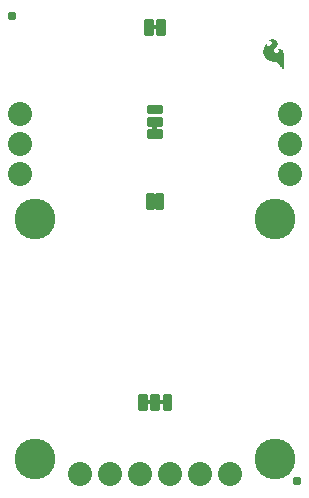
<source format=gbs>
G04 EAGLE Gerber RS-274X export*
G75*
%MOMM*%
%FSLAX34Y34*%
%LPD*%
%INSoldermask Bottom*%
%IPPOS*%
%AMOC8*
5,1,8,0,0,1.08239X$1,22.5*%
G01*
%ADD10C,3.454400*%
%ADD11C,0.787400*%
%ADD12C,0.251966*%
%ADD13C,2.032000*%

G36*
X236247Y355417D02*
X236247Y355417D01*
X236242Y355424D01*
X236249Y355430D01*
X236249Y368230D01*
X236247Y368233D01*
X236249Y368235D01*
X236049Y370035D01*
X236044Y370041D01*
X236047Y370046D01*
X235847Y370646D01*
X235842Y370649D01*
X235844Y370652D01*
X235544Y371252D01*
X235541Y371253D01*
X235542Y371255D01*
X235242Y371755D01*
X235227Y371762D01*
X235225Y371772D01*
X234728Y372071D01*
X234330Y372369D01*
X234320Y372369D01*
X234318Y372376D01*
X233318Y372776D01*
X233311Y372774D01*
X233308Y372779D01*
X232708Y372879D01*
X232703Y372876D01*
X232700Y372879D01*
X231900Y372879D01*
X231893Y372874D01*
X231888Y372878D01*
X231494Y372779D01*
X231300Y372779D01*
X231287Y372770D01*
X231278Y372774D01*
X231078Y372674D01*
X231077Y372673D01*
X231076Y372673D01*
X231075Y372669D01*
X231052Y372621D01*
X231068Y372613D01*
X231065Y372595D01*
X231165Y372495D01*
X231177Y372494D01*
X231178Y372486D01*
X231578Y372286D01*
X231583Y372287D01*
X231584Y372283D01*
X231873Y372187D01*
X232262Y371799D01*
X232455Y371508D01*
X232551Y371222D01*
X232551Y370938D01*
X232454Y370649D01*
X232259Y370259D01*
X231969Y369968D01*
X231677Y369774D01*
X231186Y369577D01*
X230695Y369479D01*
X229906Y369479D01*
X229120Y369676D01*
X228534Y370067D01*
X228144Y370554D01*
X227949Y371138D01*
X227949Y371820D01*
X228242Y372503D01*
X228937Y373297D01*
X229737Y374197D01*
X229737Y374198D01*
X230437Y374998D01*
X230438Y375005D01*
X230443Y375006D01*
X230943Y375906D01*
X230942Y375916D01*
X230948Y375919D01*
X231148Y376819D01*
X231145Y376827D01*
X231149Y376830D01*
X231149Y377630D01*
X231142Y377639D01*
X231147Y377646D01*
X230847Y378546D01*
X230838Y378552D01*
X230840Y378559D01*
X230340Y379259D01*
X230332Y379261D01*
X230333Y379267D01*
X229433Y380067D01*
X229424Y380067D01*
X229424Y380073D01*
X228324Y380673D01*
X228312Y380672D01*
X228309Y380678D01*
X227209Y380878D01*
X227203Y380875D01*
X227200Y380879D01*
X226200Y380879D01*
X226191Y380872D01*
X226184Y380877D01*
X225284Y380577D01*
X225284Y380576D01*
X225283Y380576D01*
X224483Y380276D01*
X224481Y380273D01*
X224478Y380274D01*
X223878Y379974D01*
X223875Y379968D01*
X223870Y379969D01*
X223470Y379669D01*
X223469Y379664D01*
X223465Y379665D01*
X223365Y379565D01*
X223363Y379551D01*
X223353Y379543D01*
X223361Y379533D01*
X223357Y379506D01*
X223384Y379502D01*
X223400Y379481D01*
X223700Y379481D01*
X223709Y379488D01*
X223716Y379483D01*
X224008Y379581D01*
X224294Y379581D01*
X224688Y379482D01*
X224690Y379483D01*
X224690Y379482D01*
X225184Y379383D01*
X225574Y379188D01*
X225964Y378896D01*
X226155Y378608D01*
X226253Y378314D01*
X226258Y378311D01*
X226256Y378308D01*
X226354Y378111D01*
X226448Y377830D01*
X226353Y377546D01*
X226354Y377543D01*
X226352Y377542D01*
X226254Y377150D01*
X226059Y376857D01*
X226059Y376853D01*
X226056Y376852D01*
X225859Y376459D01*
X225569Y376168D01*
X225273Y375971D01*
X225272Y375969D01*
X225270Y375969D01*
X224871Y375670D01*
X224575Y375473D01*
X223788Y375079D01*
X223108Y375079D01*
X222822Y375175D01*
X222541Y375362D01*
X222349Y375938D01*
X222349Y376730D01*
X222346Y376734D01*
X222348Y376739D01*
X222339Y376744D01*
X222313Y376777D01*
X222297Y376765D01*
X222278Y376774D01*
X221478Y376374D01*
X221472Y376362D01*
X221463Y376363D01*
X220663Y375463D01*
X220663Y375455D01*
X220657Y375455D01*
X219957Y374255D01*
X219958Y374248D01*
X219954Y374247D01*
X219454Y372847D01*
X219455Y372841D01*
X219452Y372839D01*
X219152Y371239D01*
X219156Y371231D01*
X219151Y371227D01*
X219251Y369427D01*
X219256Y369421D01*
X219253Y369417D01*
X219753Y367617D01*
X219759Y367612D01*
X219757Y367606D01*
X220757Y365806D01*
X220762Y365804D01*
X220761Y365800D01*
X221461Y364900D01*
X221466Y364899D01*
X221465Y364895D01*
X222265Y364095D01*
X222268Y364095D01*
X222268Y364093D01*
X223068Y363393D01*
X223074Y363392D01*
X223075Y363388D01*
X224075Y362788D01*
X224081Y362788D01*
X224082Y362784D01*
X225082Y362384D01*
X225086Y362385D01*
X225087Y362383D01*
X226187Y362083D01*
X226191Y362084D01*
X226192Y362081D01*
X227392Y361881D01*
X227394Y361882D01*
X227399Y361882D01*
X227400Y361881D01*
X229296Y361881D01*
X229883Y361783D01*
X230372Y361490D01*
X231365Y360695D01*
X231862Y360098D01*
X231866Y360098D01*
X231865Y360095D01*
X233162Y358798D01*
X233660Y358101D01*
X233666Y358100D01*
X233665Y358095D01*
X234263Y357497D01*
X234762Y356898D01*
X234766Y356898D01*
X234765Y356895D01*
X235263Y356398D01*
X235561Y356000D01*
X235566Y355999D01*
X235565Y355995D01*
X235862Y355699D01*
X236059Y355403D01*
X236092Y355391D01*
X236100Y355381D01*
X236200Y355381D01*
X236247Y355417D01*
G37*
G36*
X128335Y303542D02*
X128335Y303542D01*
X128401Y303544D01*
X128444Y303562D01*
X128491Y303570D01*
X128548Y303604D01*
X128608Y303629D01*
X128643Y303660D01*
X128684Y303685D01*
X128726Y303736D01*
X128774Y303780D01*
X128796Y303822D01*
X128825Y303859D01*
X128846Y303921D01*
X128877Y303980D01*
X128885Y304034D01*
X128897Y304071D01*
X128896Y304111D01*
X128904Y304165D01*
X128904Y307975D01*
X128893Y308040D01*
X128891Y308106D01*
X128873Y308149D01*
X128865Y308196D01*
X128831Y308253D01*
X128806Y308313D01*
X128775Y308348D01*
X128750Y308389D01*
X128699Y308431D01*
X128655Y308479D01*
X128613Y308501D01*
X128576Y308530D01*
X128514Y308551D01*
X128455Y308582D01*
X128401Y308590D01*
X128364Y308602D01*
X128324Y308601D01*
X128270Y308609D01*
X125730Y308609D01*
X125665Y308598D01*
X125599Y308596D01*
X125556Y308578D01*
X125509Y308570D01*
X125452Y308536D01*
X125392Y308511D01*
X125357Y308480D01*
X125316Y308455D01*
X125275Y308404D01*
X125226Y308360D01*
X125204Y308318D01*
X125175Y308281D01*
X125154Y308219D01*
X125123Y308160D01*
X125115Y308106D01*
X125103Y308069D01*
X125103Y308065D01*
X125103Y308064D01*
X125104Y308029D01*
X125096Y307975D01*
X125096Y304165D01*
X125107Y304100D01*
X125109Y304034D01*
X125127Y303991D01*
X125135Y303944D01*
X125169Y303887D01*
X125194Y303827D01*
X125225Y303792D01*
X125250Y303751D01*
X125301Y303710D01*
X125345Y303661D01*
X125387Y303639D01*
X125424Y303610D01*
X125486Y303589D01*
X125545Y303558D01*
X125599Y303550D01*
X125636Y303538D01*
X125676Y303539D01*
X125730Y303531D01*
X128270Y303531D01*
X128335Y303542D01*
G37*
G36*
X128970Y389267D02*
X128970Y389267D01*
X129036Y389269D01*
X129079Y389287D01*
X129126Y389295D01*
X129183Y389329D01*
X129243Y389354D01*
X129278Y389385D01*
X129319Y389410D01*
X129361Y389461D01*
X129409Y389505D01*
X129431Y389547D01*
X129460Y389584D01*
X129481Y389646D01*
X129512Y389705D01*
X129520Y389759D01*
X129532Y389796D01*
X129531Y389836D01*
X129539Y389890D01*
X129539Y392430D01*
X129528Y392495D01*
X129526Y392561D01*
X129508Y392604D01*
X129500Y392651D01*
X129466Y392708D01*
X129441Y392768D01*
X129410Y392803D01*
X129385Y392844D01*
X129334Y392886D01*
X129290Y392934D01*
X129248Y392956D01*
X129211Y392985D01*
X129149Y393006D01*
X129090Y393037D01*
X129036Y393045D01*
X128999Y393057D01*
X128959Y393056D01*
X128905Y393064D01*
X125095Y393064D01*
X125030Y393053D01*
X124964Y393051D01*
X124921Y393033D01*
X124874Y393025D01*
X124817Y392991D01*
X124757Y392966D01*
X124722Y392935D01*
X124681Y392910D01*
X124640Y392859D01*
X124591Y392815D01*
X124569Y392773D01*
X124540Y392736D01*
X124519Y392674D01*
X124488Y392615D01*
X124480Y392561D01*
X124468Y392524D01*
X124468Y392521D01*
X124469Y392484D01*
X124461Y392430D01*
X124461Y389890D01*
X124472Y389825D01*
X124474Y389759D01*
X124492Y389716D01*
X124500Y389669D01*
X124534Y389612D01*
X124559Y389552D01*
X124590Y389517D01*
X124615Y389476D01*
X124666Y389435D01*
X124710Y389386D01*
X124752Y389364D01*
X124789Y389335D01*
X124851Y389314D01*
X124910Y389283D01*
X124964Y389275D01*
X125001Y389263D01*
X125041Y389264D01*
X125095Y389256D01*
X128905Y389256D01*
X128970Y389267D01*
G37*
G36*
X134050Y71767D02*
X134050Y71767D01*
X134116Y71769D01*
X134159Y71787D01*
X134206Y71795D01*
X134263Y71829D01*
X134323Y71854D01*
X134358Y71885D01*
X134399Y71910D01*
X134441Y71961D01*
X134489Y72005D01*
X134511Y72047D01*
X134540Y72084D01*
X134561Y72146D01*
X134592Y72205D01*
X134600Y72259D01*
X134612Y72296D01*
X134611Y72336D01*
X134619Y72390D01*
X134619Y74930D01*
X134608Y74995D01*
X134606Y75061D01*
X134588Y75104D01*
X134580Y75151D01*
X134546Y75208D01*
X134521Y75268D01*
X134490Y75303D01*
X134465Y75344D01*
X134414Y75386D01*
X134370Y75434D01*
X134328Y75456D01*
X134291Y75485D01*
X134229Y75506D01*
X134170Y75537D01*
X134116Y75545D01*
X134079Y75557D01*
X134039Y75556D01*
X133985Y75564D01*
X130175Y75564D01*
X130110Y75553D01*
X130044Y75551D01*
X130001Y75533D01*
X129954Y75525D01*
X129897Y75491D01*
X129837Y75466D01*
X129802Y75435D01*
X129761Y75410D01*
X129720Y75359D01*
X129671Y75315D01*
X129649Y75273D01*
X129620Y75236D01*
X129599Y75174D01*
X129568Y75115D01*
X129560Y75061D01*
X129548Y75024D01*
X129548Y75021D01*
X129549Y74984D01*
X129541Y74930D01*
X129541Y72390D01*
X129552Y72325D01*
X129554Y72259D01*
X129572Y72216D01*
X129580Y72169D01*
X129614Y72112D01*
X129639Y72052D01*
X129670Y72017D01*
X129695Y71976D01*
X129746Y71935D01*
X129790Y71886D01*
X129832Y71864D01*
X129869Y71835D01*
X129931Y71814D01*
X129990Y71783D01*
X130044Y71775D01*
X130081Y71763D01*
X130121Y71764D01*
X130175Y71756D01*
X133985Y71756D01*
X134050Y71767D01*
G37*
G36*
X123890Y71767D02*
X123890Y71767D01*
X123956Y71769D01*
X123999Y71787D01*
X124046Y71795D01*
X124103Y71829D01*
X124163Y71854D01*
X124198Y71885D01*
X124239Y71910D01*
X124281Y71961D01*
X124329Y72005D01*
X124351Y72047D01*
X124380Y72084D01*
X124401Y72146D01*
X124432Y72205D01*
X124440Y72259D01*
X124452Y72296D01*
X124451Y72336D01*
X124459Y72390D01*
X124459Y74930D01*
X124448Y74995D01*
X124446Y75061D01*
X124428Y75104D01*
X124420Y75151D01*
X124386Y75208D01*
X124361Y75268D01*
X124330Y75303D01*
X124305Y75344D01*
X124254Y75386D01*
X124210Y75434D01*
X124168Y75456D01*
X124131Y75485D01*
X124069Y75506D01*
X124010Y75537D01*
X123956Y75545D01*
X123919Y75557D01*
X123879Y75556D01*
X123825Y75564D01*
X120015Y75564D01*
X119950Y75553D01*
X119884Y75551D01*
X119841Y75533D01*
X119794Y75525D01*
X119737Y75491D01*
X119677Y75466D01*
X119642Y75435D01*
X119601Y75410D01*
X119560Y75359D01*
X119511Y75315D01*
X119489Y75273D01*
X119460Y75236D01*
X119439Y75174D01*
X119408Y75115D01*
X119400Y75061D01*
X119388Y75024D01*
X119388Y75021D01*
X119389Y74984D01*
X119381Y74930D01*
X119381Y72390D01*
X119392Y72325D01*
X119394Y72259D01*
X119412Y72216D01*
X119420Y72169D01*
X119454Y72112D01*
X119479Y72052D01*
X119510Y72017D01*
X119535Y71976D01*
X119586Y71935D01*
X119630Y71886D01*
X119672Y71864D01*
X119709Y71835D01*
X119771Y71814D01*
X119830Y71783D01*
X119884Y71775D01*
X119921Y71763D01*
X119961Y71764D01*
X120015Y71756D01*
X123825Y71756D01*
X123890Y71767D01*
G37*
D10*
X25400Y25400D03*
X228600Y25400D03*
X25400Y228600D03*
X228600Y228600D03*
D11*
X247650Y6350D03*
X6350Y400050D03*
D12*
X113782Y67808D02*
X119390Y67808D01*
X113782Y67808D02*
X113782Y79512D01*
X119390Y79512D01*
X119390Y67808D01*
X119390Y70202D02*
X113782Y70202D01*
X113782Y72596D02*
X119390Y72596D01*
X119390Y74990D02*
X113782Y74990D01*
X113782Y77384D02*
X119390Y77384D01*
X124196Y67808D02*
X129804Y67808D01*
X124196Y67808D02*
X124196Y79512D01*
X129804Y79512D01*
X129804Y67808D01*
X129804Y70202D02*
X124196Y70202D01*
X124196Y72596D02*
X129804Y72596D01*
X129804Y74990D02*
X124196Y74990D01*
X124196Y77384D02*
X129804Y77384D01*
X134610Y67808D02*
X140218Y67808D01*
X134610Y67808D02*
X134610Y79512D01*
X140218Y79512D01*
X140218Y67808D01*
X140218Y70202D02*
X134610Y70202D01*
X134610Y72596D02*
X140218Y72596D01*
X140218Y74990D02*
X134610Y74990D01*
X134610Y77384D02*
X140218Y77384D01*
X121148Y318760D02*
X121148Y324368D01*
X132852Y324368D01*
X132852Y318760D01*
X121148Y318760D01*
X121148Y321154D02*
X132852Y321154D01*
X132852Y323548D02*
X121148Y323548D01*
X121148Y313954D02*
X121148Y308346D01*
X121148Y313954D02*
X132852Y313954D01*
X132852Y308346D01*
X121148Y308346D01*
X121148Y310740D02*
X132852Y310740D01*
X132852Y313134D02*
X121148Y313134D01*
X121148Y303540D02*
X121148Y297932D01*
X121148Y303540D02*
X132852Y303540D01*
X132852Y297932D01*
X121148Y297932D01*
X121148Y300326D02*
X132852Y300326D01*
X132852Y302720D02*
X121148Y302720D01*
D13*
X190500Y12700D03*
X165100Y12700D03*
X139700Y12700D03*
X114300Y12700D03*
X88900Y12700D03*
X63500Y12700D03*
X12700Y317500D03*
X12700Y292100D03*
X12700Y266700D03*
X241300Y317500D03*
X241300Y292100D03*
X241300Y266700D03*
D12*
X124597Y385308D02*
X118989Y385308D01*
X118989Y397012D01*
X124597Y397012D01*
X124597Y385308D01*
X124597Y387702D02*
X118989Y387702D01*
X118989Y390096D02*
X124597Y390096D01*
X124597Y392490D02*
X118989Y392490D01*
X118989Y394884D02*
X124597Y394884D01*
X129403Y385308D02*
X135011Y385308D01*
X129403Y385308D02*
X129403Y397012D01*
X135011Y397012D01*
X135011Y385308D01*
X135011Y387702D02*
X129403Y387702D01*
X129403Y390096D02*
X135011Y390096D01*
X135011Y392490D02*
X129403Y392490D01*
X129403Y394884D02*
X135011Y394884D01*
X133741Y249692D02*
X128387Y249692D01*
X133741Y249692D02*
X133741Y237988D01*
X128387Y237988D01*
X128387Y249692D01*
X128387Y240382D02*
X133741Y240382D01*
X133741Y242776D02*
X128387Y242776D01*
X128387Y245170D02*
X133741Y245170D01*
X133741Y247564D02*
X128387Y247564D01*
X125613Y249692D02*
X120259Y249692D01*
X125613Y249692D02*
X125613Y237988D01*
X120259Y237988D01*
X120259Y249692D01*
X120259Y240382D02*
X125613Y240382D01*
X125613Y242776D02*
X120259Y242776D01*
X120259Y245170D02*
X125613Y245170D01*
X125613Y247564D02*
X120259Y247564D01*
M02*

</source>
